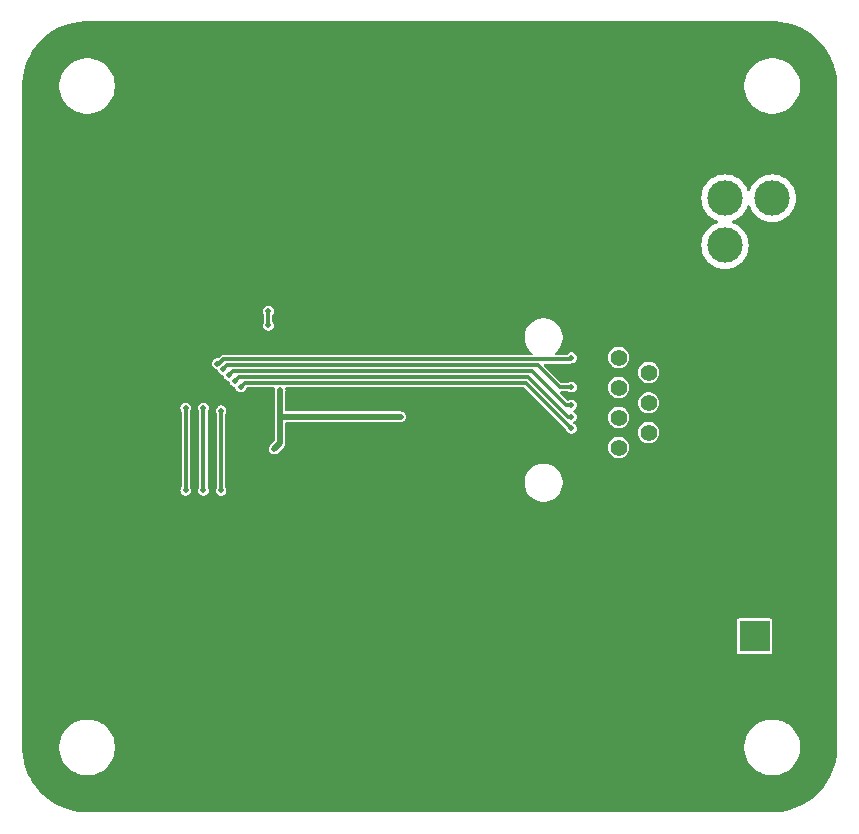
<source format=gbr>
%TF.GenerationSoftware,KiCad,Pcbnew,8.0.2-1*%
%TF.CreationDate,2025-01-08T00:27:56-08:00*%
%TF.ProjectId,rocket2-load-cell,726f636b-6574-4322-9d6c-6f61642d6365,rev?*%
%TF.SameCoordinates,Original*%
%TF.FileFunction,Copper,L2,Bot*%
%TF.FilePolarity,Positive*%
%FSLAX46Y46*%
G04 Gerber Fmt 4.6, Leading zero omitted, Abs format (unit mm)*
G04 Created by KiCad (PCBNEW 8.0.2-1) date 2025-01-08 00:27:56*
%MOMM*%
%LPD*%
G01*
G04 APERTURE LIST*
%TA.AperFunction,ComponentPad*%
%ADD10C,1.400000*%
%TD*%
%TA.AperFunction,ComponentPad*%
%ADD11C,2.000000*%
%TD*%
%TA.AperFunction,ComponentPad*%
%ADD12C,2.600000*%
%TD*%
%TA.AperFunction,ComponentPad*%
%ADD13R,2.600000X2.600000*%
%TD*%
%TA.AperFunction,ComponentPad*%
%ADD14C,3.000000*%
%TD*%
%TA.AperFunction,ViaPad*%
%ADD15C,0.500000*%
%TD*%
%TA.AperFunction,Conductor*%
%ADD16C,0.500000*%
%TD*%
%TA.AperFunction,Conductor*%
%ADD17C,0.300000*%
%TD*%
G04 APERTURE END LIST*
D10*
%TO.P,U5,8,CP3/CTS/DCD*%
%TO.N,ETH_CTS*%
X171000000Y-110500000D03*
%TO.P,U5,7,CP2/DTR*%
%TO.N,unconnected-(U5-CP2{slash}DTR-Pad7)*%
X173540000Y-111760000D03*
%TO.P,U5,6,CP1/RTS*%
%TO.N,ETH_RTS*%
X171000000Y-113030000D03*
%TO.P,U5,5,RX*%
%TO.N,ETH_RX*%
X173540000Y-114330000D03*
%TO.P,U5,4,TX*%
%TO.N,ETH_TX*%
X171000000Y-115570000D03*
%TO.P,U5,3,~{RST}*%
%TO.N,ETH_~{RST}*%
X173540000Y-116850000D03*
%TO.P,U5,2,3.3V*%
%TO.N,+3.3V*%
X171000000Y-118110000D03*
D11*
%TO.P,U5,1,GND*%
%TO.N,GND*%
X176550000Y-106910000D03*
X176540000Y-122950000D03*
D10*
X173520000Y-119380000D03*
%TD*%
D12*
%TO.P,J2,2,Pin_2*%
%TO.N,GND*%
X182500000Y-129000000D03*
D13*
%TO.P,J2,1,Pin_1*%
%TO.N,VBUS*%
X182500000Y-134080000D03*
%TD*%
D14*
%TO.P,GX12,4*%
%TO.N,AIN-*%
X180000000Y-97000000D03*
%TO.P,GX12,3*%
%TO.N,Net-(C13-Pad1)*%
X180000000Y-101000000D03*
%TO.P,GX12,2*%
%TO.N,GND*%
X184000000Y-101000000D03*
%TO.P,GX12,1*%
%TO.N,AIN+*%
X184000000Y-97000000D03*
%TD*%
D15*
%TO.N,+3.3V*%
X152537500Y-115500000D03*
X142337500Y-113250000D03*
X141337500Y-106575000D03*
X141837500Y-118250000D03*
X141337500Y-107775000D03*
%TO.N,MEM_CS*%
X134337500Y-121750000D03*
X134337500Y-114750000D03*
%TO.N,MEM_WP*%
X137337500Y-115000000D03*
X137337500Y-121750000D03*
%TO.N,MEM_MISO*%
X135837500Y-114750000D03*
X135837500Y-121750000D03*
%TO.N,ETH_~{RST}*%
X167000000Y-116500000D03*
X139000000Y-113000000D03*
%TO.N,ETH_RX*%
X138000000Y-112000000D03*
X167000000Y-114500000D03*
%TO.N,ETH_TX*%
X138500000Y-112500000D03*
X167000000Y-115500000D03*
%TO.N,ETH_RTS*%
X167000000Y-113000000D03*
X137500000Y-111500000D03*
%TO.N,ETH_CTS*%
X167000000Y-110500000D03*
X137000000Y-111000000D03*
%TO.N,GND*%
X144543750Y-109956250D03*
X130337500Y-118250000D03*
X128837500Y-113750000D03*
X148837500Y-132750000D03*
X134837500Y-105250000D03*
X128837500Y-106250000D03*
X145837500Y-132750000D03*
X129337500Y-109750000D03*
X142837500Y-128250000D03*
X144061765Y-102474266D03*
X169000000Y-104500000D03*
X148837500Y-110000000D03*
X145337500Y-96750000D03*
X146337500Y-118660000D03*
X133337500Y-99250000D03*
X139837500Y-127250000D03*
X139837500Y-119750000D03*
X143837500Y-100250000D03*
%TD*%
D16*
%TO.N,+3.3V*%
X142337500Y-117750000D02*
X142337500Y-115500000D01*
X142337500Y-115500000D02*
X142337500Y-113250000D01*
X142337500Y-115500000D02*
X152537500Y-115500000D01*
X141837500Y-118250000D02*
X142337500Y-117750000D01*
D17*
X141337500Y-107775000D02*
X141337500Y-106575000D01*
%TO.N,MEM_CS*%
X134337500Y-121750000D02*
X134337500Y-114750000D01*
%TO.N,MEM_WP*%
X137337500Y-121750000D02*
X137337500Y-115000000D01*
%TO.N,MEM_MISO*%
X135837500Y-121750000D02*
X135837500Y-114750000D01*
%TO.N,ETH_~{RST}*%
X139000000Y-113000000D02*
X139350000Y-112650000D01*
X163150000Y-112650000D02*
X167000000Y-116500000D01*
X139350000Y-112650000D02*
X163150000Y-112650000D01*
%TO.N,ETH_RX*%
X166500000Y-114500000D02*
X163650000Y-111650000D01*
X167000000Y-114500000D02*
X166500000Y-114500000D01*
X163650000Y-111650000D02*
X138350000Y-111650000D01*
X138350000Y-111650000D02*
X138000000Y-112000000D01*
%TO.N,ETH_TX*%
X167000000Y-115500000D02*
X166707107Y-115500000D01*
X138850000Y-112150000D02*
X138500000Y-112500000D01*
X166707107Y-115500000D02*
X163357107Y-112150000D01*
X163357107Y-112150000D02*
X138850000Y-112150000D01*
%TO.N,ETH_RTS*%
X137850000Y-111150000D02*
X137500000Y-111500000D01*
X167000000Y-113000000D02*
X166000000Y-113000000D01*
X164150000Y-111150000D02*
X137850000Y-111150000D01*
X166000000Y-113000000D02*
X164150000Y-111150000D01*
%TO.N,ETH_CTS*%
X166850000Y-110650000D02*
X167000000Y-110500000D01*
X137501471Y-110650000D02*
X166850000Y-110650000D01*
X137000000Y-111000000D02*
X137151471Y-111000000D01*
X137151471Y-111000000D02*
X137501471Y-110650000D01*
%TD*%
%TA.AperFunction,Conductor*%
%TO.N,GND*%
G36*
X184000642Y-82000007D02*
G01*
X184235302Y-82002565D01*
X184244734Y-82003029D01*
X184712846Y-82043984D01*
X184723567Y-82045396D01*
X185185664Y-82126875D01*
X185196192Y-82129209D01*
X185649458Y-82250661D01*
X185659747Y-82253906D01*
X186100688Y-82414395D01*
X186110654Y-82418523D01*
X186535926Y-82616830D01*
X186545512Y-82621821D01*
X186951866Y-82856429D01*
X186960985Y-82862238D01*
X187345353Y-83131376D01*
X187353935Y-83137962D01*
X187713370Y-83439564D01*
X187721345Y-83446872D01*
X188053127Y-83778654D01*
X188060435Y-83786629D01*
X188362037Y-84146064D01*
X188368623Y-84154646D01*
X188637761Y-84539014D01*
X188643573Y-84548138D01*
X188878176Y-84954483D01*
X188883171Y-84964078D01*
X189081470Y-85389331D01*
X189085609Y-85399323D01*
X189205604Y-85729007D01*
X189246089Y-85840239D01*
X189249342Y-85850555D01*
X189370786Y-86303790D01*
X189373127Y-86314352D01*
X189454603Y-86776432D01*
X189456015Y-86787156D01*
X189496969Y-87255252D01*
X189497434Y-87264708D01*
X189499993Y-87499357D01*
X189500000Y-87500709D01*
X189500000Y-143499290D01*
X189499993Y-143500642D01*
X189497434Y-143735291D01*
X189496969Y-143744747D01*
X189456015Y-144212843D01*
X189454603Y-144223567D01*
X189373127Y-144685647D01*
X189370786Y-144696209D01*
X189249342Y-145149444D01*
X189246089Y-145159760D01*
X189085610Y-145600673D01*
X189081470Y-145610668D01*
X188883171Y-146035921D01*
X188878176Y-146045516D01*
X188643573Y-146451861D01*
X188637761Y-146460985D01*
X188368623Y-146845353D01*
X188362037Y-146853935D01*
X188060435Y-147213370D01*
X188053127Y-147221345D01*
X187721345Y-147553127D01*
X187713370Y-147560435D01*
X187353935Y-147862037D01*
X187345353Y-147868623D01*
X186960985Y-148137761D01*
X186951861Y-148143573D01*
X186545516Y-148378176D01*
X186535921Y-148383171D01*
X186110668Y-148581470D01*
X186100673Y-148585610D01*
X185659760Y-148746089D01*
X185649444Y-148749342D01*
X185196209Y-148870786D01*
X185185647Y-148873127D01*
X184723567Y-148954603D01*
X184712843Y-148956015D01*
X184244747Y-148996969D01*
X184235291Y-148997434D01*
X184000642Y-148999993D01*
X183999290Y-149000000D01*
X126000710Y-149000000D01*
X125999358Y-148999993D01*
X125764708Y-148997434D01*
X125755252Y-148996969D01*
X125287156Y-148956015D01*
X125276432Y-148954603D01*
X124814352Y-148873127D01*
X124803790Y-148870786D01*
X124350555Y-148749342D01*
X124340239Y-148746089D01*
X123899326Y-148585610D01*
X123889331Y-148581470D01*
X123464078Y-148383171D01*
X123454483Y-148378176D01*
X123048138Y-148143573D01*
X123039014Y-148137761D01*
X122654646Y-147868623D01*
X122646064Y-147862037D01*
X122286629Y-147560435D01*
X122278654Y-147553127D01*
X121946872Y-147221345D01*
X121939564Y-147213370D01*
X121637962Y-146853935D01*
X121631376Y-146845353D01*
X121362238Y-146460985D01*
X121356426Y-146451861D01*
X121121823Y-146045516D01*
X121116828Y-146035921D01*
X121011611Y-145810282D01*
X120918523Y-145610654D01*
X120914395Y-145600688D01*
X120753906Y-145159747D01*
X120750661Y-145149458D01*
X120629209Y-144696192D01*
X120626875Y-144685664D01*
X120545396Y-144223567D01*
X120543984Y-144212843D01*
X120503030Y-143744747D01*
X120502565Y-143735291D01*
X120501679Y-143654053D01*
X120500007Y-143500642D01*
X120500000Y-143499290D01*
X120500000Y-143345946D01*
X123649500Y-143345946D01*
X123649500Y-143654053D01*
X123649501Y-143654069D01*
X123689717Y-143959542D01*
X123769464Y-144257162D01*
X123887376Y-144541826D01*
X123887381Y-144541837D01*
X123976499Y-144696192D01*
X124041438Y-144808670D01*
X124041440Y-144808673D01*
X124041441Y-144808674D01*
X124229007Y-145053115D01*
X124229013Y-145053122D01*
X124446877Y-145270986D01*
X124446883Y-145270991D01*
X124691330Y-145458562D01*
X124862830Y-145557578D01*
X124958162Y-145612618D01*
X124958167Y-145612620D01*
X124958170Y-145612622D01*
X125242836Y-145730535D01*
X125540456Y-145810282D01*
X125845940Y-145850500D01*
X125845947Y-145850500D01*
X126154053Y-145850500D01*
X126154060Y-145850500D01*
X126459544Y-145810282D01*
X126757164Y-145730535D01*
X127041830Y-145612622D01*
X127308670Y-145458562D01*
X127553117Y-145270991D01*
X127770991Y-145053117D01*
X127958562Y-144808670D01*
X128112622Y-144541830D01*
X128230535Y-144257164D01*
X128310282Y-143959544D01*
X128350500Y-143654060D01*
X128350500Y-143345946D01*
X181649500Y-143345946D01*
X181649500Y-143654053D01*
X181649501Y-143654069D01*
X181689717Y-143959542D01*
X181769464Y-144257162D01*
X181887376Y-144541826D01*
X181887381Y-144541837D01*
X181976499Y-144696192D01*
X182041438Y-144808670D01*
X182041440Y-144808673D01*
X182041441Y-144808674D01*
X182229007Y-145053115D01*
X182229013Y-145053122D01*
X182446877Y-145270986D01*
X182446883Y-145270991D01*
X182691330Y-145458562D01*
X182862830Y-145557578D01*
X182958162Y-145612618D01*
X182958167Y-145612620D01*
X182958170Y-145612622D01*
X183242836Y-145730535D01*
X183540456Y-145810282D01*
X183845940Y-145850500D01*
X183845947Y-145850500D01*
X184154053Y-145850500D01*
X184154060Y-145850500D01*
X184459544Y-145810282D01*
X184757164Y-145730535D01*
X185041830Y-145612622D01*
X185308670Y-145458562D01*
X185553117Y-145270991D01*
X185770991Y-145053117D01*
X185958562Y-144808670D01*
X186112622Y-144541830D01*
X186230535Y-144257164D01*
X186310282Y-143959544D01*
X186350500Y-143654060D01*
X186350500Y-143345940D01*
X186310282Y-143040456D01*
X186230535Y-142742836D01*
X186112622Y-142458170D01*
X186112620Y-142458167D01*
X186112618Y-142458162D01*
X186057578Y-142362830D01*
X185958562Y-142191330D01*
X185770991Y-141946883D01*
X185770986Y-141946877D01*
X185553122Y-141729013D01*
X185553115Y-141729007D01*
X185308674Y-141541441D01*
X185308673Y-141541440D01*
X185308670Y-141541438D01*
X185202280Y-141480014D01*
X185041837Y-141387381D01*
X185041826Y-141387376D01*
X184757162Y-141269464D01*
X184459542Y-141189717D01*
X184154069Y-141149501D01*
X184154066Y-141149500D01*
X184154060Y-141149500D01*
X183845940Y-141149500D01*
X183845934Y-141149500D01*
X183845930Y-141149501D01*
X183540457Y-141189717D01*
X183242837Y-141269464D01*
X182958173Y-141387376D01*
X182958162Y-141387381D01*
X182691325Y-141541441D01*
X182446884Y-141729007D01*
X182446877Y-141729013D01*
X182229013Y-141946877D01*
X182229007Y-141946884D01*
X182041441Y-142191325D01*
X181887381Y-142458162D01*
X181887376Y-142458173D01*
X181769464Y-142742837D01*
X181689717Y-143040457D01*
X181649501Y-143345930D01*
X181649500Y-143345946D01*
X128350500Y-143345946D01*
X128350500Y-143345940D01*
X128310282Y-143040456D01*
X128230535Y-142742836D01*
X128112622Y-142458170D01*
X128112620Y-142458167D01*
X128112618Y-142458162D01*
X128057578Y-142362830D01*
X127958562Y-142191330D01*
X127770991Y-141946883D01*
X127770986Y-141946877D01*
X127553122Y-141729013D01*
X127553115Y-141729007D01*
X127308674Y-141541441D01*
X127308673Y-141541440D01*
X127308670Y-141541438D01*
X127202280Y-141480014D01*
X127041837Y-141387381D01*
X127041826Y-141387376D01*
X126757162Y-141269464D01*
X126459542Y-141189717D01*
X126154069Y-141149501D01*
X126154066Y-141149500D01*
X126154060Y-141149500D01*
X125845940Y-141149500D01*
X125845934Y-141149500D01*
X125845930Y-141149501D01*
X125540457Y-141189717D01*
X125242837Y-141269464D01*
X124958173Y-141387376D01*
X124958162Y-141387381D01*
X124691325Y-141541441D01*
X124446884Y-141729007D01*
X124446877Y-141729013D01*
X124229013Y-141946877D01*
X124229007Y-141946884D01*
X124041441Y-142191325D01*
X123887381Y-142458162D01*
X123887376Y-142458173D01*
X123769464Y-142742837D01*
X123689717Y-143040457D01*
X123649501Y-143345930D01*
X123649500Y-143345946D01*
X120500000Y-143345946D01*
X120500000Y-132760247D01*
X180999500Y-132760247D01*
X180999500Y-135399752D01*
X181011131Y-135458229D01*
X181011132Y-135458230D01*
X181055447Y-135524552D01*
X181121769Y-135568867D01*
X181121770Y-135568868D01*
X181180247Y-135580499D01*
X181180250Y-135580500D01*
X181180252Y-135580500D01*
X183819750Y-135580500D01*
X183819751Y-135580499D01*
X183834568Y-135577552D01*
X183878229Y-135568868D01*
X183878229Y-135568867D01*
X183878231Y-135568867D01*
X183944552Y-135524552D01*
X183988867Y-135458231D01*
X183988867Y-135458229D01*
X183988868Y-135458229D01*
X184000499Y-135399752D01*
X184000500Y-135399750D01*
X184000500Y-132760249D01*
X184000499Y-132760247D01*
X183988868Y-132701770D01*
X183988867Y-132701769D01*
X183944552Y-132635447D01*
X183878230Y-132591132D01*
X183878229Y-132591131D01*
X183819752Y-132579500D01*
X183819748Y-132579500D01*
X181180252Y-132579500D01*
X181180247Y-132579500D01*
X181121770Y-132591131D01*
X181121769Y-132591132D01*
X181055447Y-132635447D01*
X181011132Y-132701769D01*
X181011131Y-132701770D01*
X180999500Y-132760247D01*
X120500000Y-132760247D01*
X120500000Y-114750000D01*
X133882367Y-114750000D01*
X133900802Y-114878225D01*
X133933810Y-114950500D01*
X133954618Y-114996063D01*
X133956712Y-114998480D01*
X133958040Y-115001388D01*
X133959413Y-115003524D01*
X133959106Y-115003721D01*
X133985737Y-115062032D01*
X133987000Y-115079683D01*
X133987000Y-121420317D01*
X133967315Y-121487356D01*
X133956715Y-121501517D01*
X133954619Y-121503935D01*
X133954616Y-121503939D01*
X133900802Y-121621774D01*
X133882367Y-121750000D01*
X133900802Y-121878225D01*
X133929185Y-121940373D01*
X133954618Y-121996063D01*
X134039451Y-122093967D01*
X134148431Y-122164004D01*
X134272725Y-122200499D01*
X134272727Y-122200500D01*
X134272728Y-122200500D01*
X134402273Y-122200500D01*
X134402273Y-122200499D01*
X134526569Y-122164004D01*
X134635549Y-122093967D01*
X134720382Y-121996063D01*
X134774197Y-121878226D01*
X134792633Y-121750000D01*
X134774197Y-121621774D01*
X134720382Y-121503937D01*
X134718284Y-121501516D01*
X134716956Y-121498607D01*
X134715589Y-121496480D01*
X134715895Y-121496283D01*
X134689262Y-121437961D01*
X134688000Y-121420317D01*
X134688000Y-115079683D01*
X134707685Y-115012644D01*
X134718280Y-114998487D01*
X134720382Y-114996063D01*
X134774197Y-114878226D01*
X134792633Y-114750000D01*
X135382367Y-114750000D01*
X135400802Y-114878225D01*
X135433810Y-114950500D01*
X135454618Y-114996063D01*
X135456712Y-114998480D01*
X135458040Y-115001388D01*
X135459413Y-115003524D01*
X135459106Y-115003721D01*
X135485737Y-115062032D01*
X135487000Y-115079683D01*
X135487000Y-121420317D01*
X135467315Y-121487356D01*
X135456715Y-121501517D01*
X135454619Y-121503935D01*
X135454616Y-121503939D01*
X135400802Y-121621774D01*
X135382367Y-121750000D01*
X135400802Y-121878225D01*
X135429185Y-121940373D01*
X135454618Y-121996063D01*
X135539451Y-122093967D01*
X135648431Y-122164004D01*
X135772725Y-122200499D01*
X135772727Y-122200500D01*
X135772728Y-122200500D01*
X135902273Y-122200500D01*
X135902273Y-122200499D01*
X136026569Y-122164004D01*
X136135549Y-122093967D01*
X136220382Y-121996063D01*
X136274197Y-121878226D01*
X136292633Y-121750000D01*
X136274197Y-121621774D01*
X136220382Y-121503937D01*
X136218284Y-121501516D01*
X136216956Y-121498607D01*
X136215589Y-121496480D01*
X136215895Y-121496283D01*
X136189262Y-121437961D01*
X136188000Y-121420317D01*
X136188000Y-115079683D01*
X136207685Y-115012644D01*
X136217148Y-115000000D01*
X136882367Y-115000000D01*
X136900802Y-115128225D01*
X136950704Y-115237492D01*
X136954618Y-115246063D01*
X136956712Y-115248480D01*
X136958040Y-115251388D01*
X136959413Y-115253524D01*
X136959106Y-115253721D01*
X136985737Y-115312032D01*
X136987000Y-115329683D01*
X136987000Y-121420317D01*
X136967315Y-121487356D01*
X136956715Y-121501517D01*
X136954619Y-121503935D01*
X136954616Y-121503939D01*
X136900802Y-121621774D01*
X136882367Y-121750000D01*
X136900802Y-121878225D01*
X136929185Y-121940373D01*
X136954618Y-121996063D01*
X137039451Y-122093967D01*
X137148431Y-122164004D01*
X137272725Y-122200499D01*
X137272727Y-122200500D01*
X137272728Y-122200500D01*
X137402273Y-122200500D01*
X137402273Y-122200499D01*
X137526569Y-122164004D01*
X137635549Y-122093967D01*
X137720382Y-121996063D01*
X137774197Y-121878226D01*
X137792633Y-121750000D01*
X137774197Y-121621774D01*
X137720382Y-121503937D01*
X137718284Y-121501516D01*
X137716956Y-121498607D01*
X137715589Y-121496480D01*
X137715895Y-121496283D01*
X137689262Y-121437961D01*
X137688000Y-121420317D01*
X137688000Y-120962301D01*
X163027505Y-120962301D01*
X163027505Y-121217698D01*
X163067455Y-121469935D01*
X163113871Y-121612785D01*
X163146375Y-121712822D01*
X163262317Y-121940373D01*
X163412430Y-122146985D01*
X163593015Y-122327570D01*
X163799627Y-122477683D01*
X164027178Y-122593625D01*
X164223648Y-122657462D01*
X164270064Y-122672544D01*
X164522302Y-122712495D01*
X164777693Y-122712495D01*
X164777698Y-122712495D01*
X165029935Y-122672544D01*
X165272822Y-122593625D01*
X165500373Y-122477683D01*
X165706985Y-122327570D01*
X165887570Y-122146985D01*
X166037683Y-121940373D01*
X166153625Y-121712822D01*
X166232544Y-121469935D01*
X166272495Y-121217693D01*
X166275000Y-121090000D01*
X166272495Y-120962307D01*
X166232544Y-120710065D01*
X166153625Y-120467178D01*
X166037683Y-120239627D01*
X165887570Y-120033015D01*
X165706985Y-119852430D01*
X165500373Y-119702317D01*
X165272822Y-119586375D01*
X165172785Y-119553871D01*
X165029935Y-119507455D01*
X164777698Y-119467505D01*
X164777693Y-119467505D01*
X164522307Y-119467505D01*
X164522302Y-119467505D01*
X164270064Y-119507455D01*
X164080798Y-119568952D01*
X164027178Y-119586375D01*
X164027175Y-119586376D01*
X164027173Y-119586377D01*
X163799626Y-119702317D01*
X163681746Y-119787962D01*
X163593015Y-119852430D01*
X163593013Y-119852432D01*
X163593012Y-119852432D01*
X163412432Y-120033012D01*
X163412432Y-120033013D01*
X163412430Y-120033015D01*
X163347962Y-120121746D01*
X163262317Y-120239626D01*
X163146377Y-120467173D01*
X163067455Y-120710064D01*
X163027505Y-120962301D01*
X137688000Y-120962301D01*
X137688000Y-115329683D01*
X137707685Y-115262644D01*
X137718280Y-115248487D01*
X137720382Y-115246063D01*
X137774197Y-115128226D01*
X137792633Y-115000000D01*
X137774197Y-114871774D01*
X137720382Y-114753937D01*
X137635549Y-114656033D01*
X137526569Y-114585996D01*
X137526565Y-114585994D01*
X137526564Y-114585994D01*
X137402274Y-114549500D01*
X137402272Y-114549500D01*
X137272728Y-114549500D01*
X137272726Y-114549500D01*
X137148435Y-114585994D01*
X137148432Y-114585995D01*
X137148431Y-114585996D01*
X137097177Y-114618934D01*
X137039450Y-114656033D01*
X136954618Y-114753937D01*
X136954617Y-114753938D01*
X136900802Y-114871774D01*
X136882367Y-115000000D01*
X136217148Y-115000000D01*
X136218280Y-114998487D01*
X136220382Y-114996063D01*
X136274197Y-114878226D01*
X136292633Y-114750000D01*
X136274197Y-114621774D01*
X136220382Y-114503937D01*
X136135549Y-114406033D01*
X136026569Y-114335996D01*
X136026565Y-114335994D01*
X136026564Y-114335994D01*
X135902274Y-114299500D01*
X135902272Y-114299500D01*
X135772728Y-114299500D01*
X135772726Y-114299500D01*
X135648435Y-114335994D01*
X135648432Y-114335995D01*
X135648431Y-114335996D01*
X135597177Y-114368934D01*
X135539450Y-114406033D01*
X135454618Y-114503937D01*
X135454617Y-114503938D01*
X135400802Y-114621774D01*
X135382367Y-114750000D01*
X134792633Y-114750000D01*
X134774197Y-114621774D01*
X134720382Y-114503937D01*
X134635549Y-114406033D01*
X134526569Y-114335996D01*
X134526565Y-114335994D01*
X134526564Y-114335994D01*
X134402274Y-114299500D01*
X134402272Y-114299500D01*
X134272728Y-114299500D01*
X134272726Y-114299500D01*
X134148435Y-114335994D01*
X134148432Y-114335995D01*
X134148431Y-114335996D01*
X134097177Y-114368934D01*
X134039450Y-114406033D01*
X133954618Y-114503937D01*
X133954617Y-114503938D01*
X133900802Y-114621774D01*
X133882367Y-114750000D01*
X120500000Y-114750000D01*
X120500000Y-111000000D01*
X136544867Y-111000000D01*
X136563302Y-111128225D01*
X136617117Y-111246061D01*
X136617118Y-111246063D01*
X136701951Y-111343967D01*
X136810931Y-111414004D01*
X136935228Y-111450500D01*
X136935232Y-111450500D01*
X136944005Y-111451762D01*
X136943624Y-111454411D01*
X136997342Y-111470185D01*
X137043097Y-111522989D01*
X137053041Y-111556853D01*
X137063302Y-111628225D01*
X137117117Y-111746061D01*
X137117118Y-111746063D01*
X137201951Y-111843967D01*
X137310931Y-111914004D01*
X137435228Y-111950500D01*
X137435232Y-111950500D01*
X137444005Y-111951762D01*
X137443624Y-111954411D01*
X137497342Y-111970185D01*
X137543097Y-112022989D01*
X137553041Y-112056853D01*
X137563302Y-112128225D01*
X137617020Y-112245848D01*
X137617118Y-112246063D01*
X137701951Y-112343967D01*
X137810931Y-112414004D01*
X137935228Y-112450500D01*
X137935232Y-112450500D01*
X137944005Y-112451762D01*
X137943624Y-112454411D01*
X137997342Y-112470185D01*
X138043097Y-112522989D01*
X138053041Y-112556853D01*
X138063302Y-112628225D01*
X138078600Y-112661722D01*
X138117118Y-112746063D01*
X138201951Y-112843967D01*
X138310931Y-112914004D01*
X138435228Y-112950500D01*
X138435232Y-112950500D01*
X138444005Y-112951762D01*
X138443624Y-112954411D01*
X138497342Y-112970185D01*
X138543097Y-113022989D01*
X138553041Y-113056853D01*
X138563302Y-113128225D01*
X138617117Y-113246061D01*
X138617118Y-113246063D01*
X138701951Y-113343967D01*
X138810931Y-113414004D01*
X138863707Y-113429500D01*
X138935225Y-113450499D01*
X138935227Y-113450500D01*
X138935228Y-113450500D01*
X139064773Y-113450500D01*
X139064773Y-113450499D01*
X139189069Y-113414004D01*
X139298049Y-113343967D01*
X139382882Y-113246063D01*
X139436697Y-113128226D01*
X139439769Y-113106856D01*
X139468792Y-113043300D01*
X139527569Y-113005524D01*
X139562507Y-113000500D01*
X141775135Y-113000500D01*
X141842174Y-113020185D01*
X141887929Y-113072989D01*
X141897873Y-113142147D01*
X141897872Y-113142153D01*
X141896452Y-113152026D01*
X141893490Y-113166464D01*
X141887001Y-113190683D01*
X141887000Y-113190691D01*
X141887000Y-113208906D01*
X141885738Y-113226552D01*
X141882367Y-113249999D01*
X141885738Y-113273445D01*
X141887000Y-113291092D01*
X141887000Y-117512034D01*
X141867315Y-117579073D01*
X141850681Y-117599715D01*
X141562625Y-117887770D01*
X141541991Y-117904400D01*
X141539450Y-117906032D01*
X141539449Y-117906033D01*
X141510464Y-117939484D01*
X141504437Y-117945957D01*
X141477015Y-117973380D01*
X141477003Y-117973396D01*
X141474779Y-117977249D01*
X141461119Y-117996433D01*
X141454616Y-118003938D01*
X141454614Y-118003941D01*
X141439076Y-118037965D01*
X141433672Y-118048450D01*
X141417700Y-118076114D01*
X141414763Y-118087074D01*
X141407789Y-118106473D01*
X141400805Y-118121767D01*
X141400802Y-118121777D01*
X141396452Y-118152028D01*
X141393491Y-118166464D01*
X141387002Y-118190684D01*
X141387001Y-118190693D01*
X141387001Y-118208899D01*
X141385739Y-118226545D01*
X141382367Y-118249999D01*
X141385739Y-118273452D01*
X141387001Y-118291099D01*
X141387001Y-118309313D01*
X141393491Y-118333535D01*
X141396452Y-118347972D01*
X141400803Y-118378225D01*
X141400804Y-118378230D01*
X141407786Y-118393518D01*
X141414765Y-118412932D01*
X141417699Y-118423881D01*
X141417702Y-118423889D01*
X141433666Y-118451539D01*
X141439073Y-118462026D01*
X141454617Y-118496062D01*
X141454618Y-118496063D01*
X141461109Y-118503555D01*
X141474783Y-118522756D01*
X141477009Y-118526612D01*
X141477010Y-118526613D01*
X141477011Y-118526614D01*
X141504445Y-118554048D01*
X141510451Y-118560499D01*
X141539451Y-118593967D01*
X141541988Y-118595597D01*
X141554398Y-118605598D01*
X141554441Y-118605543D01*
X141560884Y-118610487D01*
X141560886Y-118610489D01*
X141600396Y-118633300D01*
X141605386Y-118636340D01*
X141648431Y-118664004D01*
X141648436Y-118664005D01*
X141648437Y-118664006D01*
X141649735Y-118664599D01*
X141658670Y-118667751D01*
X141663611Y-118669798D01*
X141663613Y-118669799D01*
X141663614Y-118669799D01*
X141663616Y-118669800D01*
X141714277Y-118683374D01*
X141717084Y-118684161D01*
X141772728Y-118700500D01*
X141902272Y-118700500D01*
X141957923Y-118684159D01*
X141960718Y-118683374D01*
X142011387Y-118669799D01*
X142011399Y-118669791D01*
X142016323Y-118667753D01*
X142025264Y-118664599D01*
X142026565Y-118664005D01*
X142026569Y-118664004D01*
X142069581Y-118636360D01*
X142074585Y-118633310D01*
X142114114Y-118610489D01*
X142114116Y-118610487D01*
X142120569Y-118605536D01*
X142120612Y-118605592D01*
X142133019Y-118595592D01*
X142135549Y-118593967D01*
X142164542Y-118560505D01*
X142170559Y-118554042D01*
X142614604Y-118110000D01*
X170094540Y-118110000D01*
X170114326Y-118298256D01*
X170114327Y-118298259D01*
X170172818Y-118478277D01*
X170172821Y-118478284D01*
X170267467Y-118642216D01*
X170394129Y-118782888D01*
X170547265Y-118894148D01*
X170547270Y-118894151D01*
X170720192Y-118971142D01*
X170720197Y-118971144D01*
X170905354Y-119010500D01*
X170905355Y-119010500D01*
X171094644Y-119010500D01*
X171094646Y-119010500D01*
X171279803Y-118971144D01*
X171452730Y-118894151D01*
X171605871Y-118782888D01*
X171732533Y-118642216D01*
X171827179Y-118478284D01*
X171885674Y-118298256D01*
X171905460Y-118110000D01*
X171885674Y-117921744D01*
X171827179Y-117741716D01*
X171732533Y-117577784D01*
X171605871Y-117437112D01*
X171605870Y-117437111D01*
X171452734Y-117325851D01*
X171452729Y-117325848D01*
X171279807Y-117248857D01*
X171279802Y-117248855D01*
X171134001Y-117217865D01*
X171094646Y-117209500D01*
X170905354Y-117209500D01*
X170872897Y-117216398D01*
X170720197Y-117248855D01*
X170720192Y-117248857D01*
X170547270Y-117325848D01*
X170547265Y-117325851D01*
X170394129Y-117437111D01*
X170267466Y-117577785D01*
X170172821Y-117741715D01*
X170172818Y-117741722D01*
X170114327Y-117921740D01*
X170114326Y-117921744D01*
X170094540Y-118110000D01*
X142614604Y-118110000D01*
X142697990Y-118026614D01*
X142757299Y-117923887D01*
X142763785Y-117899675D01*
X142763786Y-117899675D01*
X142763786Y-117899671D01*
X142788000Y-117809309D01*
X142788000Y-116074500D01*
X142807685Y-116007461D01*
X142860489Y-115961706D01*
X142912000Y-115950500D01*
X152602272Y-115950500D01*
X152657926Y-115934157D01*
X152660743Y-115933368D01*
X152711386Y-115919799D01*
X152711392Y-115919795D01*
X152716321Y-115917754D01*
X152725268Y-115914597D01*
X152726562Y-115914005D01*
X152726569Y-115914004D01*
X152769614Y-115886339D01*
X152774586Y-115883309D01*
X152814113Y-115860489D01*
X152814118Y-115860483D01*
X152820568Y-115855536D01*
X152820611Y-115855593D01*
X152833025Y-115845588D01*
X152835549Y-115843967D01*
X152864554Y-115810491D01*
X152870560Y-115804040D01*
X152897989Y-115776613D01*
X152900208Y-115772767D01*
X152913887Y-115753557D01*
X152920382Y-115746063D01*
X152935928Y-115712018D01*
X152941322Y-115701555D01*
X152957299Y-115673886D01*
X152960234Y-115662931D01*
X152967215Y-115643513D01*
X152974197Y-115628226D01*
X152978544Y-115597985D01*
X152981505Y-115583544D01*
X152988000Y-115559309D01*
X152988000Y-115541092D01*
X152989262Y-115523445D01*
X152992633Y-115499999D01*
X152989262Y-115476552D01*
X152988000Y-115458906D01*
X152988000Y-115440692D01*
X152988000Y-115440691D01*
X152981504Y-115416451D01*
X152978544Y-115402013D01*
X152975630Y-115381744D01*
X152974197Y-115371774D01*
X152967213Y-115356481D01*
X152960235Y-115337074D01*
X152957299Y-115326114D01*
X152941326Y-115298450D01*
X152935927Y-115287975D01*
X152920384Y-115253941D01*
X152920382Y-115253938D01*
X152920382Y-115253937D01*
X152913885Y-115246439D01*
X152900209Y-115227233D01*
X152897988Y-115223386D01*
X152870565Y-115195963D01*
X152864546Y-115189498D01*
X152835549Y-115156033D01*
X152835547Y-115156032D01*
X152835548Y-115156032D01*
X152833008Y-115154400D01*
X152820601Y-115144401D01*
X152820559Y-115144458D01*
X152814117Y-115139515D01*
X152814113Y-115139511D01*
X152794567Y-115128226D01*
X152774615Y-115116706D01*
X152769578Y-115113636D01*
X152726568Y-115085995D01*
X152725273Y-115085404D01*
X152716345Y-115082254D01*
X152711387Y-115080200D01*
X152660695Y-115066617D01*
X152657858Y-115065821D01*
X152602272Y-115049500D01*
X152602271Y-115049500D01*
X142912000Y-115049500D01*
X142844961Y-115029815D01*
X142799206Y-114977011D01*
X142788000Y-114925500D01*
X142788000Y-113291092D01*
X142789262Y-113273445D01*
X142792633Y-113249999D01*
X142789262Y-113226552D01*
X142788000Y-113208906D01*
X142788000Y-113190692D01*
X142787998Y-113190683D01*
X142781504Y-113166451D01*
X142778545Y-113152019D01*
X142777124Y-113142133D01*
X142787075Y-113072976D01*
X142832836Y-113020177D01*
X142899864Y-113000500D01*
X162953456Y-113000500D01*
X163020495Y-113020185D01*
X163041137Y-113036819D01*
X166522492Y-116518174D01*
X166555977Y-116579497D01*
X166557549Y-116588207D01*
X166563302Y-116628225D01*
X166578610Y-116661744D01*
X166617118Y-116746063D01*
X166701951Y-116843967D01*
X166810931Y-116914004D01*
X166935225Y-116950499D01*
X166935227Y-116950500D01*
X166935228Y-116950500D01*
X167064773Y-116950500D01*
X167064773Y-116950499D01*
X167189069Y-116914004D01*
X167288661Y-116850000D01*
X172634540Y-116850000D01*
X172654326Y-117038256D01*
X172654327Y-117038259D01*
X172712818Y-117218277D01*
X172712821Y-117218284D01*
X172807467Y-117382216D01*
X172856895Y-117437111D01*
X172934129Y-117522888D01*
X173087265Y-117634148D01*
X173087270Y-117634151D01*
X173260192Y-117711142D01*
X173260197Y-117711144D01*
X173445354Y-117750500D01*
X173445355Y-117750500D01*
X173634644Y-117750500D01*
X173634646Y-117750500D01*
X173819803Y-117711144D01*
X173992730Y-117634151D01*
X174145871Y-117522888D01*
X174272533Y-117382216D01*
X174367179Y-117218284D01*
X174425674Y-117038256D01*
X174445460Y-116850000D01*
X174425674Y-116661744D01*
X174367179Y-116481716D01*
X174272533Y-116317784D01*
X174145871Y-116177112D01*
X174145870Y-116177111D01*
X173992734Y-116065851D01*
X173992729Y-116065848D01*
X173819807Y-115988857D01*
X173819802Y-115988855D01*
X173674001Y-115957865D01*
X173634646Y-115949500D01*
X173445354Y-115949500D01*
X173412897Y-115956398D01*
X173260197Y-115988855D01*
X173260192Y-115988857D01*
X173087270Y-116065848D01*
X173087265Y-116065851D01*
X172934129Y-116177111D01*
X172807466Y-116317785D01*
X172712821Y-116481715D01*
X172712818Y-116481722D01*
X172654327Y-116661740D01*
X172654326Y-116661744D01*
X172634540Y-116850000D01*
X167288661Y-116850000D01*
X167298049Y-116843967D01*
X167382882Y-116746063D01*
X167436697Y-116628226D01*
X167455133Y-116500000D01*
X167436697Y-116371774D01*
X167382882Y-116253937D01*
X167298049Y-116156033D01*
X167217572Y-116104313D01*
X167171819Y-116051512D01*
X167161875Y-115982354D01*
X167190899Y-115918798D01*
X167217569Y-115895687D01*
X167298049Y-115843967D01*
X167382882Y-115746063D01*
X167436697Y-115628226D01*
X167445069Y-115570000D01*
X170094540Y-115570000D01*
X170114326Y-115758256D01*
X170114327Y-115758259D01*
X170172818Y-115938277D01*
X170172821Y-115938284D01*
X170267467Y-116102216D01*
X170334903Y-116177111D01*
X170394129Y-116242888D01*
X170547265Y-116354148D01*
X170547270Y-116354151D01*
X170720192Y-116431142D01*
X170720197Y-116431144D01*
X170905354Y-116470500D01*
X170905355Y-116470500D01*
X171094644Y-116470500D01*
X171094646Y-116470500D01*
X171279803Y-116431144D01*
X171452730Y-116354151D01*
X171605871Y-116242888D01*
X171732533Y-116102216D01*
X171827179Y-115938284D01*
X171885674Y-115758256D01*
X171905460Y-115570000D01*
X171885674Y-115381744D01*
X171827179Y-115201716D01*
X171732533Y-115037784D01*
X171605871Y-114897112D01*
X171579877Y-114878226D01*
X171452734Y-114785851D01*
X171452729Y-114785848D01*
X171279807Y-114708857D01*
X171279802Y-114708855D01*
X171134001Y-114677865D01*
X171094646Y-114669500D01*
X170905354Y-114669500D01*
X170872897Y-114676398D01*
X170720197Y-114708855D01*
X170720192Y-114708857D01*
X170547270Y-114785848D01*
X170547265Y-114785851D01*
X170394129Y-114897111D01*
X170267466Y-115037785D01*
X170172821Y-115201715D01*
X170172818Y-115201722D01*
X170114327Y-115381740D01*
X170114326Y-115381744D01*
X170094540Y-115570000D01*
X167445069Y-115570000D01*
X167455133Y-115500000D01*
X167436697Y-115371774D01*
X167382882Y-115253937D01*
X167298049Y-115156033D01*
X167217572Y-115104313D01*
X167171819Y-115051512D01*
X167161875Y-114982354D01*
X167190899Y-114918798D01*
X167217569Y-114895687D01*
X167298049Y-114843967D01*
X167382882Y-114746063D01*
X167436697Y-114628226D01*
X167455133Y-114500000D01*
X167436697Y-114371774D01*
X167417619Y-114330000D01*
X172634540Y-114330000D01*
X172654326Y-114518256D01*
X172654327Y-114518259D01*
X172712818Y-114698277D01*
X172712821Y-114698284D01*
X172807467Y-114862216D01*
X172910829Y-114977011D01*
X172934129Y-115002888D01*
X173087265Y-115114148D01*
X173087270Y-115114151D01*
X173260192Y-115191142D01*
X173260197Y-115191144D01*
X173445354Y-115230500D01*
X173445355Y-115230500D01*
X173634644Y-115230500D01*
X173634646Y-115230500D01*
X173819803Y-115191144D01*
X173992730Y-115114151D01*
X174145871Y-115002888D01*
X174272533Y-114862216D01*
X174367179Y-114698284D01*
X174425674Y-114518256D01*
X174445460Y-114330000D01*
X174425674Y-114141744D01*
X174367179Y-113961716D01*
X174272533Y-113797784D01*
X174145871Y-113657112D01*
X174145870Y-113657111D01*
X173992734Y-113545851D01*
X173992729Y-113545848D01*
X173819807Y-113468857D01*
X173819802Y-113468855D01*
X173674001Y-113437865D01*
X173634646Y-113429500D01*
X173445354Y-113429500D01*
X173412897Y-113436398D01*
X173260197Y-113468855D01*
X173260192Y-113468857D01*
X173087270Y-113545848D01*
X173087265Y-113545851D01*
X172934129Y-113657111D01*
X172807466Y-113797785D01*
X172712821Y-113961715D01*
X172712818Y-113961722D01*
X172654327Y-114141740D01*
X172654326Y-114141744D01*
X172634540Y-114330000D01*
X167417619Y-114330000D01*
X167382882Y-114253937D01*
X167298049Y-114156033D01*
X167189069Y-114085996D01*
X167189065Y-114085994D01*
X167189064Y-114085994D01*
X167064774Y-114049500D01*
X167064772Y-114049500D01*
X166935228Y-114049500D01*
X166935226Y-114049500D01*
X166810933Y-114085994D01*
X166810932Y-114085995D01*
X166755432Y-114121663D01*
X166688392Y-114141348D01*
X166621353Y-114121663D01*
X166600711Y-114105029D01*
X166057863Y-113562181D01*
X166024378Y-113500858D01*
X166029362Y-113431166D01*
X166071234Y-113375233D01*
X166136698Y-113350816D01*
X166145544Y-113350500D01*
X166675707Y-113350500D01*
X166742746Y-113370185D01*
X166810928Y-113414003D01*
X166810933Y-113414005D01*
X166935225Y-113450499D01*
X166935227Y-113450500D01*
X166935228Y-113450500D01*
X167064773Y-113450500D01*
X167064773Y-113450499D01*
X167189069Y-113414004D01*
X167298049Y-113343967D01*
X167382882Y-113246063D01*
X167436697Y-113128226D01*
X167450820Y-113030000D01*
X170094540Y-113030000D01*
X170114326Y-113218256D01*
X170114327Y-113218259D01*
X170172818Y-113398277D01*
X170172821Y-113398284D01*
X170267467Y-113562216D01*
X170352911Y-113657111D01*
X170394129Y-113702888D01*
X170547265Y-113814148D01*
X170547270Y-113814151D01*
X170720192Y-113891142D01*
X170720197Y-113891144D01*
X170905354Y-113930500D01*
X170905355Y-113930500D01*
X171094644Y-113930500D01*
X171094646Y-113930500D01*
X171279803Y-113891144D01*
X171452730Y-113814151D01*
X171605871Y-113702888D01*
X171732533Y-113562216D01*
X171827179Y-113398284D01*
X171885674Y-113218256D01*
X171905460Y-113030000D01*
X171885674Y-112841744D01*
X171827179Y-112661716D01*
X171732533Y-112497784D01*
X171605871Y-112357112D01*
X171605870Y-112357111D01*
X171452734Y-112245851D01*
X171452729Y-112245848D01*
X171279807Y-112168857D01*
X171279802Y-112168855D01*
X171134001Y-112137865D01*
X171094646Y-112129500D01*
X170905354Y-112129500D01*
X170872897Y-112136398D01*
X170720197Y-112168855D01*
X170720192Y-112168857D01*
X170547270Y-112245848D01*
X170547265Y-112245851D01*
X170394129Y-112357111D01*
X170267466Y-112497785D01*
X170172821Y-112661715D01*
X170172818Y-112661722D01*
X170114327Y-112841740D01*
X170114326Y-112841744D01*
X170094540Y-113030000D01*
X167450820Y-113030000D01*
X167455133Y-113000000D01*
X167436697Y-112871774D01*
X167382882Y-112753937D01*
X167298049Y-112656033D01*
X167189069Y-112585996D01*
X167189065Y-112585994D01*
X167189064Y-112585994D01*
X167064774Y-112549500D01*
X167064772Y-112549500D01*
X166935228Y-112549500D01*
X166935226Y-112549500D01*
X166810933Y-112585994D01*
X166810928Y-112585996D01*
X166742746Y-112629815D01*
X166675707Y-112649500D01*
X166196544Y-112649500D01*
X166129505Y-112629815D01*
X166108863Y-112613181D01*
X165255682Y-111760000D01*
X172634540Y-111760000D01*
X172654326Y-111948256D01*
X172654327Y-111948259D01*
X172712818Y-112128277D01*
X172712821Y-112128284D01*
X172807467Y-112292216D01*
X172854064Y-112343967D01*
X172934129Y-112432888D01*
X173087265Y-112544148D01*
X173087270Y-112544151D01*
X173260192Y-112621142D01*
X173260197Y-112621144D01*
X173445354Y-112660500D01*
X173445355Y-112660500D01*
X173634644Y-112660500D01*
X173634646Y-112660500D01*
X173819803Y-112621144D01*
X173992730Y-112544151D01*
X174145871Y-112432888D01*
X174272533Y-112292216D01*
X174367179Y-112128284D01*
X174425674Y-111948256D01*
X174445460Y-111760000D01*
X174425674Y-111571744D01*
X174367179Y-111391716D01*
X174272533Y-111227784D01*
X174145871Y-111087112D01*
X174137687Y-111081166D01*
X173992734Y-110975851D01*
X173992729Y-110975848D01*
X173819807Y-110898857D01*
X173819802Y-110898855D01*
X173674001Y-110867865D01*
X173634646Y-110859500D01*
X173445354Y-110859500D01*
X173412897Y-110866398D01*
X173260197Y-110898855D01*
X173260192Y-110898857D01*
X173087270Y-110975848D01*
X173087265Y-110975851D01*
X172934129Y-111087111D01*
X172807466Y-111227785D01*
X172712821Y-111391715D01*
X172712818Y-111391722D01*
X172659164Y-111556853D01*
X172654326Y-111571744D01*
X172634540Y-111760000D01*
X165255682Y-111760000D01*
X164707863Y-111212181D01*
X164674378Y-111150858D01*
X164679362Y-111081166D01*
X164721234Y-111025233D01*
X164786698Y-111000816D01*
X164795544Y-111000500D01*
X166896142Y-111000500D01*
X166896144Y-111000500D01*
X166985288Y-110976614D01*
X166986613Y-110975849D01*
X167001749Y-110967109D01*
X167056107Y-110952545D01*
X167055995Y-110951762D01*
X167062552Y-110950819D01*
X167063744Y-110950500D01*
X167064773Y-110950500D01*
X167064773Y-110950499D01*
X167189069Y-110914004D01*
X167298049Y-110843967D01*
X167382882Y-110746063D01*
X167436697Y-110628226D01*
X167455133Y-110500000D01*
X170094540Y-110500000D01*
X170114326Y-110688256D01*
X170114327Y-110688259D01*
X170172818Y-110868277D01*
X170172821Y-110868284D01*
X170267467Y-111032216D01*
X170311542Y-111081166D01*
X170394129Y-111172888D01*
X170547265Y-111284148D01*
X170547270Y-111284151D01*
X170720192Y-111361142D01*
X170720197Y-111361144D01*
X170905354Y-111400500D01*
X170905355Y-111400500D01*
X171094644Y-111400500D01*
X171094646Y-111400500D01*
X171279803Y-111361144D01*
X171452730Y-111284151D01*
X171605871Y-111172888D01*
X171732533Y-111032216D01*
X171827179Y-110868284D01*
X171885674Y-110688256D01*
X171905460Y-110500000D01*
X171885674Y-110311744D01*
X171827179Y-110131716D01*
X171732533Y-109967784D01*
X171605871Y-109827112D01*
X171605870Y-109827111D01*
X171452734Y-109715851D01*
X171452729Y-109715848D01*
X171279807Y-109638857D01*
X171279802Y-109638855D01*
X171134001Y-109607865D01*
X171094646Y-109599500D01*
X170905354Y-109599500D01*
X170872897Y-109606398D01*
X170720197Y-109638855D01*
X170720192Y-109638857D01*
X170547270Y-109715848D01*
X170547265Y-109715851D01*
X170394129Y-109827111D01*
X170267466Y-109967785D01*
X170172821Y-110131715D01*
X170172818Y-110131722D01*
X170124700Y-110279815D01*
X170114326Y-110311744D01*
X170094540Y-110500000D01*
X167455133Y-110500000D01*
X167436697Y-110371774D01*
X167382882Y-110253937D01*
X167298049Y-110156033D01*
X167189069Y-110085996D01*
X167189065Y-110085994D01*
X167189064Y-110085994D01*
X167064774Y-110049500D01*
X167064772Y-110049500D01*
X166935228Y-110049500D01*
X166935226Y-110049500D01*
X166810935Y-110085994D01*
X166810932Y-110085995D01*
X166810931Y-110085996D01*
X166759677Y-110118934D01*
X166701950Y-110156033D01*
X166614722Y-110256702D01*
X166555944Y-110294477D01*
X166521008Y-110299500D01*
X165714338Y-110299500D01*
X165647299Y-110279815D01*
X165601544Y-110227011D01*
X165591600Y-110157853D01*
X165620625Y-110094297D01*
X165641448Y-110075185D01*
X165706985Y-110027570D01*
X165887570Y-109846985D01*
X166037683Y-109640373D01*
X166153625Y-109412822D01*
X166232544Y-109169935D01*
X166272495Y-108917693D01*
X166275000Y-108790000D01*
X166272495Y-108662307D01*
X166232544Y-108410065D01*
X166153625Y-108167178D01*
X166037683Y-107939627D01*
X165887570Y-107733015D01*
X165706985Y-107552430D01*
X165500373Y-107402317D01*
X165272822Y-107286375D01*
X165172785Y-107253871D01*
X165029935Y-107207455D01*
X164777698Y-107167505D01*
X164777693Y-107167505D01*
X164522307Y-107167505D01*
X164522302Y-107167505D01*
X164270064Y-107207455D01*
X164080798Y-107268952D01*
X164027178Y-107286375D01*
X164027175Y-107286376D01*
X164027173Y-107286377D01*
X163799626Y-107402317D01*
X163716158Y-107462961D01*
X163593015Y-107552430D01*
X163593013Y-107552432D01*
X163593012Y-107552432D01*
X163412432Y-107733012D01*
X163412432Y-107733013D01*
X163412430Y-107733015D01*
X163381926Y-107775000D01*
X163262317Y-107939626D01*
X163146377Y-108167173D01*
X163067455Y-108410064D01*
X163027505Y-108662301D01*
X163027505Y-108917698D01*
X163067455Y-109169935D01*
X163113871Y-109312785D01*
X163146375Y-109412822D01*
X163262317Y-109640373D01*
X163412430Y-109846985D01*
X163593015Y-110027570D01*
X163658549Y-110075183D01*
X163701213Y-110130512D01*
X163707192Y-110200125D01*
X163674586Y-110261920D01*
X163613747Y-110296278D01*
X163585662Y-110299500D01*
X137455325Y-110299500D01*
X137409632Y-110311743D01*
X137409632Y-110311744D01*
X137366183Y-110323386D01*
X137366182Y-110323386D01*
X137366180Y-110323387D01*
X137286262Y-110369527D01*
X137286259Y-110369530D01*
X137142605Y-110513182D01*
X137081284Y-110546666D01*
X137054926Y-110549500D01*
X136935226Y-110549500D01*
X136810935Y-110585994D01*
X136810932Y-110585995D01*
X136810931Y-110585996D01*
X136759677Y-110618934D01*
X136701950Y-110656033D01*
X136617118Y-110753937D01*
X136617117Y-110753938D01*
X136563302Y-110871774D01*
X136544867Y-111000000D01*
X120500000Y-111000000D01*
X120500000Y-106575000D01*
X140882367Y-106575000D01*
X140900802Y-106703225D01*
X140954616Y-106821059D01*
X140954618Y-106821063D01*
X140956712Y-106823480D01*
X140958040Y-106826388D01*
X140959413Y-106828524D01*
X140959106Y-106828721D01*
X140985737Y-106887032D01*
X140987000Y-106904683D01*
X140987000Y-107445317D01*
X140967315Y-107512356D01*
X140956715Y-107526517D01*
X140954619Y-107528935D01*
X140954616Y-107528939D01*
X140900802Y-107646774D01*
X140882367Y-107775000D01*
X140900802Y-107903225D01*
X140917427Y-107939627D01*
X140954618Y-108021063D01*
X141039451Y-108118967D01*
X141148431Y-108189004D01*
X141272725Y-108225499D01*
X141272727Y-108225500D01*
X141272728Y-108225500D01*
X141402273Y-108225500D01*
X141402273Y-108225499D01*
X141526569Y-108189004D01*
X141635549Y-108118967D01*
X141720382Y-108021063D01*
X141774197Y-107903226D01*
X141792633Y-107775000D01*
X141774197Y-107646774D01*
X141720382Y-107528937D01*
X141718284Y-107526516D01*
X141716956Y-107523607D01*
X141715589Y-107521480D01*
X141715895Y-107521283D01*
X141689262Y-107462961D01*
X141688000Y-107445317D01*
X141688000Y-106904683D01*
X141707685Y-106837644D01*
X141718280Y-106823487D01*
X141720382Y-106821063D01*
X141774197Y-106703226D01*
X141792633Y-106575000D01*
X141774197Y-106446774D01*
X141720382Y-106328937D01*
X141635549Y-106231033D01*
X141526569Y-106160996D01*
X141526565Y-106160994D01*
X141526564Y-106160994D01*
X141402274Y-106124500D01*
X141402272Y-106124500D01*
X141272728Y-106124500D01*
X141272726Y-106124500D01*
X141148435Y-106160994D01*
X141148432Y-106160995D01*
X141148431Y-106160996D01*
X141097177Y-106193934D01*
X141039450Y-106231033D01*
X140954618Y-106328937D01*
X140954617Y-106328938D01*
X140900802Y-106446774D01*
X140882367Y-106575000D01*
X120500000Y-106575000D01*
X120500000Y-96999998D01*
X177994390Y-96999998D01*
X177994390Y-97000001D01*
X178014804Y-97285433D01*
X178075628Y-97565037D01*
X178075630Y-97565043D01*
X178075631Y-97565046D01*
X178110179Y-97657672D01*
X178175635Y-97833166D01*
X178312770Y-98084309D01*
X178312775Y-98084317D01*
X178484254Y-98313387D01*
X178484270Y-98313405D01*
X178686594Y-98515729D01*
X178686612Y-98515745D01*
X178915682Y-98687224D01*
X178915690Y-98687229D01*
X179166833Y-98824364D01*
X179166832Y-98824364D01*
X179166836Y-98824365D01*
X179166839Y-98824367D01*
X179326235Y-98883818D01*
X179382167Y-98925690D01*
X179406584Y-98991154D01*
X179391732Y-99059427D01*
X179342327Y-99108832D01*
X179326239Y-99116179D01*
X179224044Y-99154296D01*
X179166833Y-99175635D01*
X178915690Y-99312770D01*
X178915682Y-99312775D01*
X178686612Y-99484254D01*
X178686594Y-99484270D01*
X178484270Y-99686594D01*
X178484254Y-99686612D01*
X178312775Y-99915682D01*
X178312770Y-99915690D01*
X178175635Y-100166833D01*
X178075628Y-100434962D01*
X178014804Y-100714566D01*
X177994390Y-100999998D01*
X177994390Y-101000001D01*
X178014804Y-101285433D01*
X178075628Y-101565037D01*
X178175635Y-101833166D01*
X178312770Y-102084309D01*
X178312775Y-102084317D01*
X178484254Y-102313387D01*
X178484270Y-102313405D01*
X178686594Y-102515729D01*
X178686612Y-102515745D01*
X178915682Y-102687224D01*
X178915690Y-102687229D01*
X179166833Y-102824364D01*
X179166832Y-102824364D01*
X179166836Y-102824365D01*
X179166839Y-102824367D01*
X179434954Y-102924369D01*
X179434960Y-102924370D01*
X179434962Y-102924371D01*
X179714566Y-102985195D01*
X179714568Y-102985195D01*
X179714572Y-102985196D01*
X179968220Y-103003337D01*
X179999999Y-103005610D01*
X180000000Y-103005610D01*
X180000001Y-103005610D01*
X180028595Y-103003564D01*
X180285428Y-102985196D01*
X180565046Y-102924369D01*
X180833161Y-102824367D01*
X181084315Y-102687226D01*
X181313395Y-102515739D01*
X181515739Y-102313395D01*
X181687226Y-102084315D01*
X181824367Y-101833161D01*
X181924369Y-101565046D01*
X181985196Y-101285428D01*
X182005610Y-101000000D01*
X181985196Y-100714572D01*
X181924369Y-100434954D01*
X181824367Y-100166839D01*
X181687226Y-99915685D01*
X181687224Y-99915682D01*
X181515745Y-99686612D01*
X181515729Y-99686594D01*
X181313405Y-99484270D01*
X181313387Y-99484254D01*
X181084317Y-99312775D01*
X181084309Y-99312770D01*
X180833166Y-99175635D01*
X180833162Y-99175633D01*
X180758650Y-99147842D01*
X180673764Y-99116181D01*
X180617832Y-99074311D01*
X180593415Y-99008846D01*
X180608267Y-98940573D01*
X180657672Y-98891168D01*
X180673760Y-98883820D01*
X180833161Y-98824367D01*
X181084315Y-98687226D01*
X181313395Y-98515739D01*
X181515739Y-98313395D01*
X181687226Y-98084315D01*
X181824367Y-97833161D01*
X181883818Y-97673764D01*
X181925689Y-97617832D01*
X181991154Y-97593415D01*
X182059427Y-97608267D01*
X182108832Y-97657672D01*
X182116182Y-97673766D01*
X182175633Y-97833162D01*
X182175635Y-97833166D01*
X182312770Y-98084309D01*
X182312775Y-98084317D01*
X182484254Y-98313387D01*
X182484270Y-98313405D01*
X182686594Y-98515729D01*
X182686612Y-98515745D01*
X182915682Y-98687224D01*
X182915690Y-98687229D01*
X183166833Y-98824364D01*
X183166832Y-98824364D01*
X183166836Y-98824365D01*
X183166839Y-98824367D01*
X183434954Y-98924369D01*
X183434960Y-98924370D01*
X183434962Y-98924371D01*
X183714566Y-98985195D01*
X183714568Y-98985195D01*
X183714572Y-98985196D01*
X183968220Y-99003337D01*
X183999999Y-99005610D01*
X184000000Y-99005610D01*
X184000001Y-99005610D01*
X184028595Y-99003564D01*
X184285428Y-98985196D01*
X184558974Y-98925690D01*
X184565037Y-98924371D01*
X184565037Y-98924370D01*
X184565046Y-98924369D01*
X184833161Y-98824367D01*
X185084315Y-98687226D01*
X185313395Y-98515739D01*
X185515739Y-98313395D01*
X185687226Y-98084315D01*
X185824367Y-97833161D01*
X185924369Y-97565046D01*
X185985196Y-97285428D01*
X186005610Y-97000000D01*
X185985196Y-96714572D01*
X185924369Y-96434954D01*
X185824367Y-96166839D01*
X185687226Y-95915685D01*
X185687224Y-95915682D01*
X185515745Y-95686612D01*
X185515729Y-95686594D01*
X185313405Y-95484270D01*
X185313387Y-95484254D01*
X185084317Y-95312775D01*
X185084309Y-95312770D01*
X184833166Y-95175635D01*
X184833167Y-95175635D01*
X184725915Y-95135632D01*
X184565046Y-95075631D01*
X184565043Y-95075630D01*
X184565037Y-95075628D01*
X184285433Y-95014804D01*
X184000001Y-94994390D01*
X183999999Y-94994390D01*
X183714566Y-95014804D01*
X183434962Y-95075628D01*
X183166833Y-95175635D01*
X182915690Y-95312770D01*
X182915682Y-95312775D01*
X182686612Y-95484254D01*
X182686594Y-95484270D01*
X182484270Y-95686594D01*
X182484254Y-95686612D01*
X182312775Y-95915682D01*
X182312770Y-95915690D01*
X182175635Y-96166833D01*
X182116182Y-96326234D01*
X182074310Y-96382167D01*
X182008846Y-96406584D01*
X181940573Y-96391732D01*
X181891168Y-96342327D01*
X181883818Y-96326234D01*
X181824367Y-96166839D01*
X181687226Y-95915685D01*
X181687224Y-95915682D01*
X181515745Y-95686612D01*
X181515729Y-95686594D01*
X181313405Y-95484270D01*
X181313387Y-95484254D01*
X181084317Y-95312775D01*
X181084309Y-95312770D01*
X180833166Y-95175635D01*
X180833167Y-95175635D01*
X180725915Y-95135632D01*
X180565046Y-95075631D01*
X180565043Y-95075630D01*
X180565037Y-95075628D01*
X180285433Y-95014804D01*
X180000001Y-94994390D01*
X179999999Y-94994390D01*
X179714566Y-95014804D01*
X179434962Y-95075628D01*
X179166833Y-95175635D01*
X178915690Y-95312770D01*
X178915682Y-95312775D01*
X178686612Y-95484254D01*
X178686594Y-95484270D01*
X178484270Y-95686594D01*
X178484254Y-95686612D01*
X178312775Y-95915682D01*
X178312770Y-95915690D01*
X178175635Y-96166833D01*
X178075628Y-96434962D01*
X178014804Y-96714566D01*
X177994390Y-96999998D01*
X120500000Y-96999998D01*
X120500000Y-87500709D01*
X120500007Y-87499357D01*
X120501679Y-87345946D01*
X123649500Y-87345946D01*
X123649500Y-87654053D01*
X123649501Y-87654069D01*
X123689717Y-87959542D01*
X123769464Y-88257162D01*
X123887376Y-88541826D01*
X123887381Y-88541837D01*
X123980014Y-88702280D01*
X124041438Y-88808670D01*
X124041440Y-88808673D01*
X124041441Y-88808674D01*
X124229007Y-89053115D01*
X124229013Y-89053122D01*
X124446877Y-89270986D01*
X124446883Y-89270991D01*
X124691330Y-89458562D01*
X124862830Y-89557578D01*
X124958162Y-89612618D01*
X124958167Y-89612620D01*
X124958170Y-89612622D01*
X125242836Y-89730535D01*
X125540456Y-89810282D01*
X125845940Y-89850500D01*
X125845947Y-89850500D01*
X126154053Y-89850500D01*
X126154060Y-89850500D01*
X126459544Y-89810282D01*
X126757164Y-89730535D01*
X127041830Y-89612622D01*
X127308670Y-89458562D01*
X127553117Y-89270991D01*
X127770991Y-89053117D01*
X127958562Y-88808670D01*
X128112622Y-88541830D01*
X128230535Y-88257164D01*
X128310282Y-87959544D01*
X128350500Y-87654060D01*
X128350500Y-87345946D01*
X181649500Y-87345946D01*
X181649500Y-87654053D01*
X181649501Y-87654069D01*
X181689717Y-87959542D01*
X181769464Y-88257162D01*
X181887376Y-88541826D01*
X181887381Y-88541837D01*
X181980014Y-88702280D01*
X182041438Y-88808670D01*
X182041440Y-88808673D01*
X182041441Y-88808674D01*
X182229007Y-89053115D01*
X182229013Y-89053122D01*
X182446877Y-89270986D01*
X182446883Y-89270991D01*
X182691330Y-89458562D01*
X182862830Y-89557578D01*
X182958162Y-89612618D01*
X182958167Y-89612620D01*
X182958170Y-89612622D01*
X183242836Y-89730535D01*
X183540456Y-89810282D01*
X183845940Y-89850500D01*
X183845947Y-89850500D01*
X184154053Y-89850500D01*
X184154060Y-89850500D01*
X184459544Y-89810282D01*
X184757164Y-89730535D01*
X185041830Y-89612622D01*
X185308670Y-89458562D01*
X185553117Y-89270991D01*
X185770991Y-89053117D01*
X185958562Y-88808670D01*
X186112622Y-88541830D01*
X186230535Y-88257164D01*
X186310282Y-87959544D01*
X186350500Y-87654060D01*
X186350500Y-87345940D01*
X186310282Y-87040456D01*
X186230535Y-86742836D01*
X186112622Y-86458170D01*
X186112620Y-86458167D01*
X186112618Y-86458162D01*
X186057578Y-86362830D01*
X185958562Y-86191330D01*
X185770991Y-85946883D01*
X185770986Y-85946877D01*
X185553122Y-85729013D01*
X185553115Y-85729007D01*
X185308674Y-85541441D01*
X185308673Y-85541440D01*
X185308670Y-85541438D01*
X185202280Y-85480014D01*
X185041837Y-85387381D01*
X185041826Y-85387376D01*
X184757162Y-85269464D01*
X184459542Y-85189717D01*
X184154069Y-85149501D01*
X184154066Y-85149500D01*
X184154060Y-85149500D01*
X183845940Y-85149500D01*
X183845934Y-85149500D01*
X183845930Y-85149501D01*
X183540457Y-85189717D01*
X183242837Y-85269464D01*
X182958173Y-85387376D01*
X182958162Y-85387381D01*
X182691325Y-85541441D01*
X182446884Y-85729007D01*
X182446877Y-85729013D01*
X182229013Y-85946877D01*
X182229007Y-85946884D01*
X182041441Y-86191325D01*
X181887381Y-86458162D01*
X181887376Y-86458173D01*
X181769464Y-86742837D01*
X181689717Y-87040457D01*
X181649501Y-87345930D01*
X181649500Y-87345946D01*
X128350500Y-87345946D01*
X128350500Y-87345940D01*
X128310282Y-87040456D01*
X128230535Y-86742836D01*
X128112622Y-86458170D01*
X128112620Y-86458167D01*
X128112618Y-86458162D01*
X128057578Y-86362830D01*
X127958562Y-86191330D01*
X127770991Y-85946883D01*
X127770986Y-85946877D01*
X127553122Y-85729013D01*
X127553115Y-85729007D01*
X127308674Y-85541441D01*
X127308673Y-85541440D01*
X127308670Y-85541438D01*
X127202280Y-85480014D01*
X127041837Y-85387381D01*
X127041826Y-85387376D01*
X126757162Y-85269464D01*
X126459542Y-85189717D01*
X126154069Y-85149501D01*
X126154066Y-85149500D01*
X126154060Y-85149500D01*
X125845940Y-85149500D01*
X125845934Y-85149500D01*
X125845930Y-85149501D01*
X125540457Y-85189717D01*
X125242837Y-85269464D01*
X124958173Y-85387376D01*
X124958162Y-85387381D01*
X124691325Y-85541441D01*
X124446884Y-85729007D01*
X124446877Y-85729013D01*
X124229013Y-85946877D01*
X124229007Y-85946884D01*
X124041441Y-86191325D01*
X123887381Y-86458162D01*
X123887376Y-86458173D01*
X123769464Y-86742837D01*
X123689717Y-87040457D01*
X123649501Y-87345930D01*
X123649500Y-87345946D01*
X120501679Y-87345946D01*
X120502565Y-87264696D01*
X120503029Y-87255266D01*
X120543984Y-86787150D01*
X120545396Y-86776432D01*
X120551320Y-86742837D01*
X120626876Y-86314331D01*
X120629208Y-86303812D01*
X120750663Y-85850534D01*
X120753903Y-85840258D01*
X120914398Y-85399303D01*
X120918519Y-85389353D01*
X121116835Y-84964063D01*
X121121815Y-84954496D01*
X121356435Y-84548122D01*
X121362228Y-84539028D01*
X121631384Y-84154634D01*
X121637953Y-84146074D01*
X121939575Y-83786616D01*
X121946861Y-83778665D01*
X122278665Y-83446861D01*
X122286616Y-83439575D01*
X122646074Y-83137953D01*
X122654634Y-83131384D01*
X123039028Y-82862228D01*
X123048122Y-82856435D01*
X123454496Y-82621815D01*
X123464063Y-82616835D01*
X123889353Y-82418519D01*
X123899303Y-82414398D01*
X124340258Y-82253903D01*
X124350534Y-82250663D01*
X124803812Y-82129208D01*
X124814331Y-82126876D01*
X125276435Y-82045395D01*
X125287150Y-82043984D01*
X125755266Y-82003029D01*
X125764696Y-82002565D01*
X125999358Y-82000007D01*
X126000710Y-82000000D01*
X183999290Y-82000000D01*
X184000642Y-82000007D01*
G37*
%TD.AperFunction*%
%TD*%
M02*

</source>
